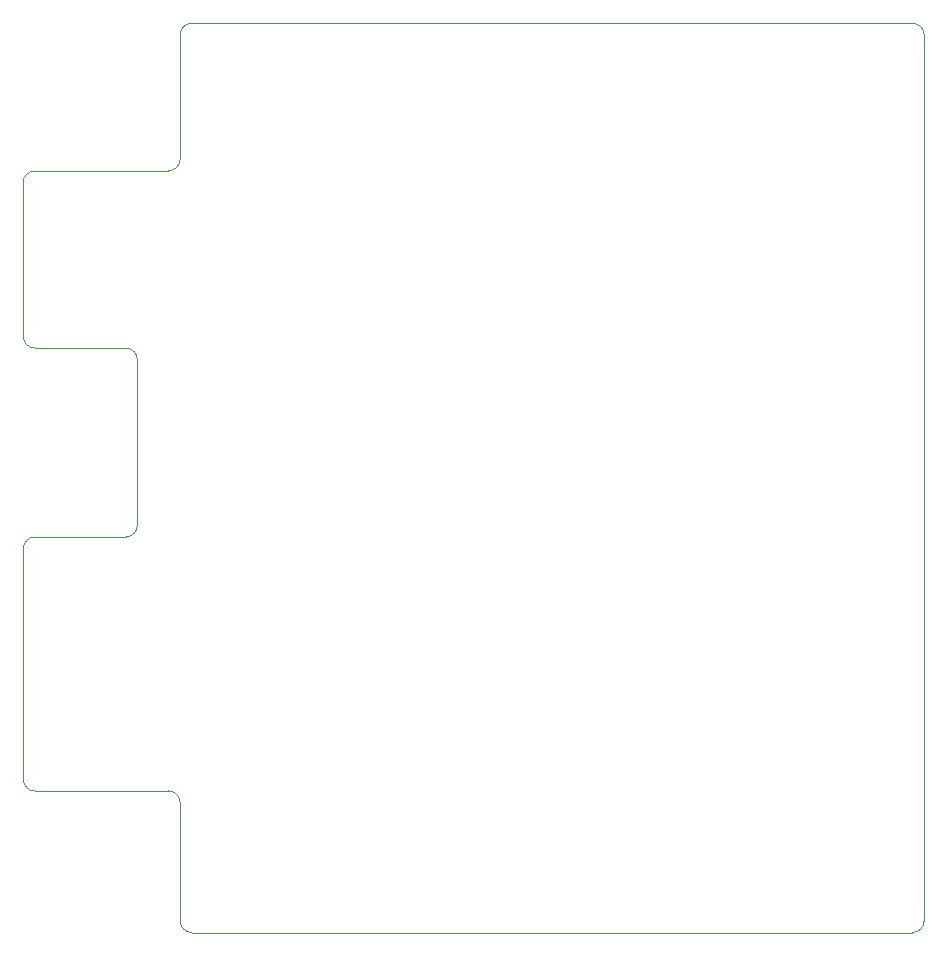
<source format=gbr>
%TF.GenerationSoftware,KiCad,Pcbnew,(6.0.11-0)*%
%TF.CreationDate,2023-07-12T13:15:56+12:00*%
%TF.ProjectId,controller-lower-cut,636f6e74-726f-46c6-9c65-722d6c6f7765,3.2*%
%TF.SameCoordinates,PX1c9c380PY1312d00*%
%TF.FileFunction,Profile,NP*%
%FSLAX46Y46*%
G04 Gerber Fmt 4.6, Leading zero omitted, Abs format (unit mm)*
G04 Created by KiCad (PCBNEW (6.0.11-0)) date 2023-07-12 13:15:56*
%MOMM*%
%LPD*%
G01*
G04 APERTURE LIST*
%TA.AperFunction,Profile*%
%ADD10C,0.100000*%
%TD*%
G04 APERTURE END LIST*
D10*
X21007109Y-10100009D02*
G75*
G03*
X20007109Y-11100000I-9J-999991D01*
G01*
X21014216Y-87100000D02*
X81997109Y-87100000D01*
X7714216Y-75107107D02*
X19014216Y-75100000D01*
X81997109Y-87100009D02*
G75*
G03*
X82997109Y-86100000I-9J1000009D01*
G01*
X20014200Y-76100000D02*
G75*
G03*
X19014216Y-75100000I-1000000J0D01*
G01*
X6714216Y-74107107D02*
X6714216Y-54603554D01*
X7714216Y-22607116D02*
G75*
G03*
X6714216Y-23607107I-16J-999984D01*
G01*
X19007109Y-22600009D02*
G75*
G03*
X20007109Y-21600000I-9J1000009D01*
G01*
X15392898Y-53596447D02*
X7714216Y-53603554D01*
X16392893Y-38607107D02*
G75*
G03*
X15392898Y-37607107I-999993J7D01*
G01*
X82997109Y-86100000D02*
X82997109Y-11100000D01*
X20007109Y-11100000D02*
X20007109Y-21600000D01*
X20014200Y-86100000D02*
G75*
G03*
X21014216Y-87100000I1000000J0D01*
G01*
X20014216Y-76100000D02*
X20014216Y-86100000D01*
X6714216Y-36607107D02*
X6714216Y-23607107D01*
X7714216Y-53603516D02*
G75*
G03*
X6714216Y-54603554I-16J-999984D01*
G01*
X6714193Y-36607107D02*
G75*
G03*
X7714216Y-37607107I1000007J7D01*
G01*
X6714193Y-74107107D02*
G75*
G03*
X7714216Y-75107107I1000007J7D01*
G01*
X16392898Y-52596447D02*
X16392898Y-38607107D01*
X15392898Y-37607107D02*
X7714216Y-37607107D01*
X21007109Y-10100000D02*
X81997109Y-10100000D01*
X15392898Y-53596498D02*
G75*
G03*
X16392898Y-52596447I-98J1000098D01*
G01*
X82997100Y-11100000D02*
G75*
G03*
X81997109Y-10100000I-1000000J0D01*
G01*
X19007109Y-22600000D02*
X7714216Y-22607107D01*
M02*

</source>
